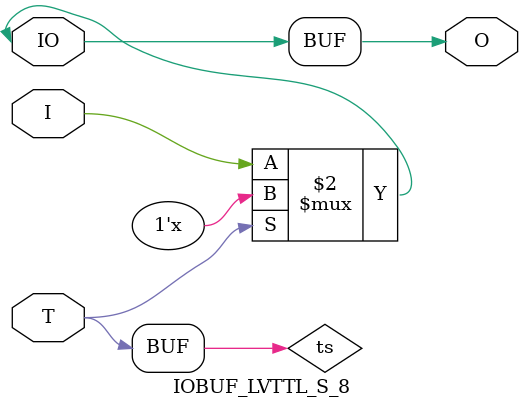
<source format=v>

/*

FUNCTION	: INPUT TRI-STATE OUTPUT BUFFER

*/

`celldefine
`timescale  100 ps / 10 ps

module IOBUF_LVTTL_S_8 (O, IO, I, T);

    output O;

    inout  IO;

    input  I, T;

    or O1 (ts, 1'b0, T);
    bufif0 T1 (IO, I, ts);

    buf B1 (O, IO);

endmodule

</source>
